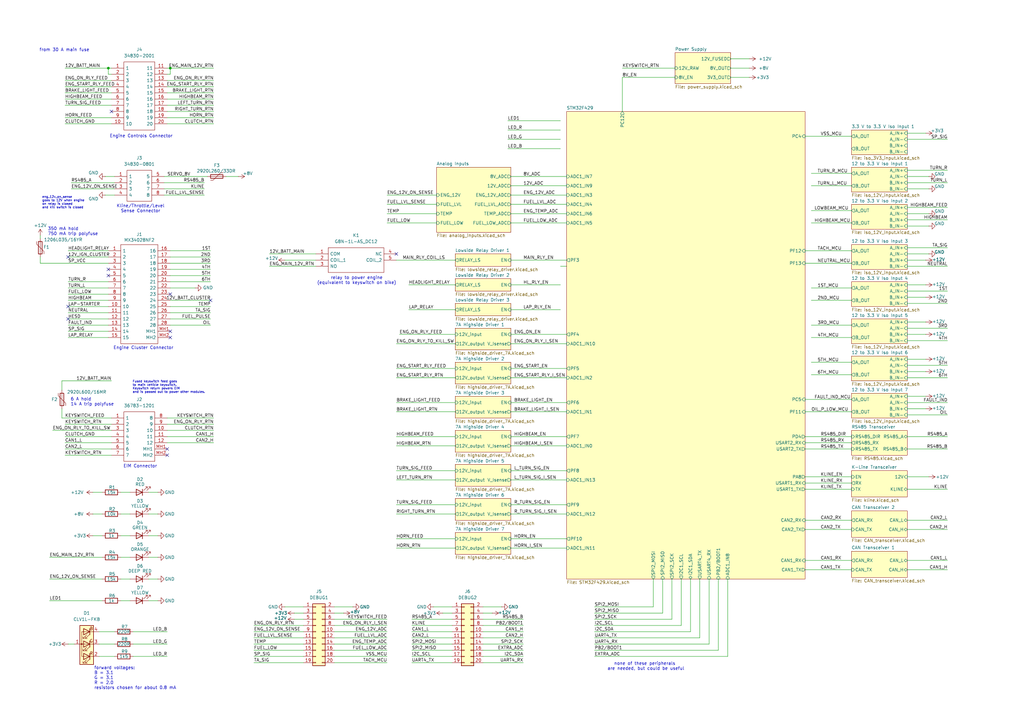
<source format=kicad_sch>
(kicad_sch (version 20231120) (generator "eeschema") (generator_version "8.0")
  (paper "A3")
  (junction (at 44.45 27.94))
  (junction (at 69.85 27.94))
  (no_connect (at 27.94 130.81))
  (no_connect (at 27.94 105.41))
  (no_connect (at 27.94 125.73))
  (no_connect (at 86.36 123.19))
  (no_connect (at 162.56 104.14))
  (no_connect (at 44.45 110.49))
  (no_connect (at 69.85 135.89))
  (no_connect (at 69.85 120.65))
  (no_connect (at 68.58 184.15))
  (no_connect (at 69.85 138.43))
  (no_connect (at 68.58 186.69))
  (no_connect (at 45.72 45.72))
  (no_connect (at 44.45 113.03))
  (wire (pts (xy 116.84 248.92) (xy 124.46 248.92)))
  (wire (pts (xy 332.74 76.2) (xy 349.25 76.2)))
  (wire (pts (xy 209.55 207.01) (xy 232.41 207.01)))
  (wire (pts (xy 38.1 219.71) (xy 41.91 219.71)))
  (wire (pts (xy 372.11 77.47) (xy 381 77.47)))
  (wire (pts (xy 20.32 246.38) (xy 41.91 246.38)))
  (wire (pts (xy 26.67 179.07) (xy 45.72 179.07)))
  (wire (pts (xy 388.62 134.62) (xy 372.11 134.62)))
  (wire (pts (xy 181.61 251.46) (xy 185.42 251.46)))
  (wire (pts (xy 68.58 30.48) (xy 69.85 30.48)))
  (wire (pts (xy 60.96 201.93) (xy 64.77 201.93)))
  (wire (pts (xy 40.64 264.16) (xy 46.99 264.16)))
  (wire (pts (xy 67.31 80.01) (xy 83.82 80.01)))
  (wire (pts (xy 69.85 102.87) (xy 86.36 102.87)))
  (wire (pts (xy 209.55 196.85) (xy 232.41 196.85)))
  (wire (pts (xy 69.85 123.19) (xy 86.36 123.19)))
  (wire (pts (xy 167.64 116.84) (xy 186.69 116.84)))
  (wire (pts (xy 104.14 256.54) (xy 124.46 256.54)))
  (wire (pts (xy 330.2 229.87) (xy 349.25 229.87)))
  (wire (pts (xy 209.55 179.07) (xy 232.41 179.07)))
  (wire (pts (xy 92.71 72.39) (xy 97.79 72.39)))
  (wire (pts (xy 26.67 50.8) (xy 45.72 50.8)))
  (wire (pts (xy 209.55 154.94) (xy 232.41 154.94)))
  (wire (pts (xy 208.28 60.96) (xy 229.87 60.96)))
  (wire (pts (xy 330.2 213.36) (xy 349.25 213.36)))
  (wire (pts (xy 69.85 128.27) (xy 86.36 128.27)))
  (wire (pts (xy 60.96 246.38) (xy 64.77 246.38)))
  (wire (pts (xy 330.2 179.07) (xy 349.25 179.07)))
  (wire (pts (xy 381 195.58) (xy 372.11 195.58)))
  (wire (pts (xy 104.14 271.78) (xy 124.46 271.78)))
  (wire (pts (xy 209.55 91.44) (xy 232.41 91.44)))
  (wire (pts (xy 110.49 109.22) (xy 129.54 109.22)))
  (wire (pts (xy 80.01 118.11) (xy 69.85 118.11)))
  (wire (pts (xy 27.94 130.81) (xy 44.45 130.81)))
  (wire (pts (xy 267.97 237.49) (xy 267.97 248.92)))
  (wire (pts (xy 69.85 107.95) (xy 86.36 107.95)))
  (wire (pts (xy 45.72 30.48) (xy 44.45 30.48)))
  (wire (pts (xy 87.63 176.53) (xy 68.58 176.53)))
  (wire (pts (xy 388.62 165.1) (xy 372.11 165.1)))
  (wire (pts (xy 299.72 27.94) (xy 307.34 27.94)))
  (wire (pts (xy 87.63 35.56) (xy 68.58 35.56)))
  (wire (pts (xy 332.74 91.44) (xy 349.25 91.44)))
  (wire (pts (xy 168.91 271.78) (xy 185.42 271.78)))
  (wire (pts (xy 60.96 219.71) (xy 64.77 219.71)))
  (wire (pts (xy 185.42 256.54) (xy 168.91 256.54)))
  (wire (pts (xy 20.32 228.6) (xy 41.91 228.6)))
  (wire (pts (xy 330.2 200.66) (xy 349.25 200.66)))
  (wire (pts (xy 388.62 139.7) (xy 372.11 139.7)))
  (wire (pts (xy 69.85 30.48) (xy 69.85 27.94)))
  (wire (pts (xy 87.63 50.8) (xy 68.58 50.8)))
  (wire (pts (xy 129.54 106.68) (xy 116.84 106.68)))
  (wire (pts (xy 137.16 261.62) (xy 158.75 261.62)))
  (wire (pts (xy 209.55 87.63) (xy 232.41 87.63)))
  (wire (pts (xy 137.16 259.08) (xy 158.75 259.08)))
  (wire (pts (xy 209.55 127) (xy 229.87 127)))
  (wire (pts (xy 163.83 137.16) (xy 186.69 137.16)))
  (wire (pts (xy 67.31 77.47) (xy 83.82 77.47)))
  (wire (pts (xy 44.45 27.94) (xy 45.72 27.94)))
  (wire (pts (xy 372.11 137.16) (xy 379.73 137.16)))
  (wire (pts (xy 25.4 167.64) (xy 25.4 171.45)))
  (wire (pts (xy 209.55 193.04) (xy 232.41 193.04)))
  (wire (pts (xy 209.55 106.68) (xy 232.41 106.68)))
  (wire (pts (xy 372.11 217.17) (xy 388.62 217.17)))
  (wire (pts (xy 49.53 228.6) (xy 53.34 228.6)))
  (wire (pts (xy 110.49 104.14) (xy 129.54 104.14)))
  (wire (pts (xy 388.62 101.6) (xy 372.11 101.6)))
  (wire (pts (xy 38.1 201.93) (xy 41.91 201.93)))
  (wire (pts (xy 332.74 153.67) (xy 349.25 153.67)))
  (wire (pts (xy 243.84 259.08) (xy 283.21 259.08)))
  (wire (pts (xy 290.83 237.49) (xy 290.83 264.16)))
  (wire (pts (xy 104.14 264.16) (xy 124.46 264.16)))
  (wire (pts (xy 243.84 248.92) (xy 267.97 248.92)))
  (wire (pts (xy 45.72 156.21) (xy 25.4 156.21)))
  (wire (pts (xy 372.11 200.66) (xy 388.62 200.66)))
  (wire (pts (xy 243.84 264.16) (xy 290.83 264.16)))
  (wire (pts (xy 198.12 264.16) (xy 214.63 264.16)))
  (wire (pts (xy 158.75 91.44) (xy 179.07 91.44)))
  (wire (pts (xy 54.61 259.08) (xy 68.58 259.08)))
  (wire (pts (xy 168.91 264.16) (xy 185.42 264.16)))
  (wire (pts (xy 162.56 165.1) (xy 186.69 165.1)))
  (wire (pts (xy 271.78 237.49) (xy 271.78 251.46)))
  (wire (pts (xy 243.84 266.7) (xy 294.64 266.7)))
  (wire (pts (xy 186.69 140.97) (xy 162.56 140.97)))
  (wire (pts (xy 209.55 80.01) (xy 232.41 80.01)))
  (wire (pts (xy 16.51 107.95) (xy 44.45 107.95)))
  (wire (pts (xy 198.12 259.08) (xy 214.63 259.08)))
  (wire (pts (xy 26.67 184.15) (xy 45.72 184.15)))
  (wire (pts (xy 372.11 106.68) (xy 379.73 106.68)))
  (wire (pts (xy 120.65 254) (xy 124.46 254)))
  (wire (pts (xy 209.55 140.97) (xy 232.41 140.97)))
  (wire (pts (xy 276.86 31.75) (xy 255.27 31.75)))
  (wire (pts (xy 388.62 90.17) (xy 372.11 90.17)))
  (wire (pts (xy 49.53 201.93) (xy 53.34 201.93)))
  (wire (pts (xy 137.16 264.16) (xy 158.75 264.16)))
  (wire (pts (xy 243.84 251.46) (xy 271.78 251.46)))
  (wire (pts (xy 287.02 237.49) (xy 287.02 261.62)))
  (wire (pts (xy 38.1 210.82) (xy 41.91 210.82)))
  (wire (pts (xy 46.99 74.93) (xy 29.21 74.93)))
  (wire (pts (xy 372.11 147.32) (xy 379.73 147.32)))
  (wire (pts (xy 44.45 133.35) (xy 27.94 133.35)))
  (wire (pts (xy 330.2 181.61) (xy 349.25 181.61)))
  (wire (pts (xy 26.67 181.61) (xy 45.72 181.61)))
  (wire (pts (xy 185.42 261.62) (xy 168.91 261.62)))
  (wire (pts (xy 372.11 167.64) (xy 379.73 167.64)))
  (wire (pts (xy 69.85 113.03) (xy 86.36 113.03)))
  (wire (pts (xy 198.12 254) (xy 214.63 254)))
  (wire (pts (xy 137.16 271.78) (xy 158.75 271.78)))
  (wire (pts (xy 243.84 256.54) (xy 279.4 256.54)))
  (wire (pts (xy 201.93 251.46) (xy 198.12 251.46)))
  (wire (pts (xy 283.21 237.49) (xy 283.21 259.08)))
  (wire (pts (xy 330.2 217.17) (xy 349.25 217.17)))
  (wire (pts (xy 54.61 264.16) (xy 68.58 264.16)))
  (wire (pts (xy 372.11 132.08) (xy 379.73 132.08)))
  (wire (pts (xy 298.45 237.49) (xy 298.45 269.24)))
  (wire (pts (xy 332.74 133.35) (xy 349.25 133.35)))
  (wire (pts (xy 372.11 233.68) (xy 388.62 233.68)))
  (wire (pts (xy 330.2 107.95) (xy 349.25 107.95)))
  (wire (pts (xy 43.18 80.01) (xy 46.99 80.01)))
  (wire (pts (xy 372.11 54.61) (xy 379.73 54.61)))
  (wire (pts (xy 162.56 106.68) (xy 186.69 106.68)))
  (wire (pts (xy 372.11 104.14) (xy 381 104.14)))
  (wire (pts (xy 330.2 102.87) (xy 349.25 102.87)))
  (wire (pts (xy 372.11 116.84) (xy 379.73 116.84)))
  (wire (pts (xy 198.12 261.62) (xy 214.63 261.62)))
  (wire (pts (xy 388.62 154.94) (xy 372.11 154.94)))
  (wire (pts (xy 332.74 138.43) (xy 349.25 138.43)))
  (wire (pts (xy 27.94 264.16) (xy 30.48 264.16)))
  (wire (pts (xy 87.63 43.18) (xy 68.58 43.18)))
  (wire (pts (xy 20.32 237.49) (xy 41.91 237.49)))
  (wire (pts (xy 44.45 135.89) (xy 27.94 135.89)))
  (wire (pts (xy 209.55 182.88) (xy 232.41 182.88)))
  (wire (pts (xy 26.67 186.69) (xy 45.72 186.69)))
  (wire (pts (xy 177.8 248.92) (xy 185.42 248.92)))
  (wire (pts (xy 209.55 137.16) (xy 232.41 137.16)))
  (wire (pts (xy 255.27 31.75) (xy 255.27 45.72)))
  (wire (pts (xy 124.46 269.24) (xy 104.14 269.24)))
  (wire (pts (xy 144.78 248.92) (xy 137.16 248.92)))
  (wire (pts (xy 87.63 48.26) (xy 68.58 48.26)))
  (wire (pts (xy 330.2 163.83) (xy 349.25 163.83)))
  (wire (pts (xy 158.75 254) (xy 137.16 254)))
  (wire (pts (xy 332.74 123.19) (xy 349.25 123.19)))
  (wire (pts (xy 208.28 53.34) (xy 229.87 53.34)))
  (wire (pts (xy 372.11 152.4) (xy 379.73 152.4)))
  (wire (pts (xy 27.94 138.43) (xy 44.45 138.43)))
  (wire (pts (xy 372.11 229.87) (xy 388.62 229.87)))
  (wire (pts (xy 330.2 184.15) (xy 349.25 184.15)))
  (wire (pts (xy 25.4 171.45) (xy 45.72 171.45)))
  (wire (pts (xy 299.72 24.13) (xy 307.34 24.13)))
  (wire (pts (xy 388.62 69.85) (xy 372.11 69.85)))
  (wire (pts (xy 388.62 119.38) (xy 372.11 119.38)))
  (wire (pts (xy 279.4 237.49) (xy 279.4 256.54)))
  (wire (pts (xy 26.67 27.94) (xy 44.45 27.94)))
  (wire (pts (xy 69.85 130.81) (xy 86.36 130.81)))
  (wire (pts (xy 332.74 118.11) (xy 349.25 118.11)))
  (wire (pts (xy 49.53 237.49) (xy 53.34 237.49)))
  (wire (pts (xy 209.55 76.2) (xy 232.41 76.2)))
  (wire (pts (xy 162.56 193.04) (xy 186.69 193.04)))
  (wire (pts (xy 27.94 128.27) (xy 44.45 128.27)))
  (wire (pts (xy 140.97 251.46) (xy 137.16 251.46)))
  (wire (pts (xy 60.96 210.82) (xy 64.77 210.82)))
  (wire (pts (xy 60.96 237.49) (xy 64.77 237.49)))
  (wire (pts (xy 388.62 170.18) (xy 372.11 170.18)))
  (wire (pts (xy 388.62 109.22) (xy 372.11 109.22)))
  (wire (pts (xy 69.85 115.57) (xy 86.36 115.57)))
  (wire (pts (xy 158.75 269.24) (xy 137.16 269.24)))
  (wire (pts (xy 372.11 72.39) (xy 381 72.39)))
  (wire (pts (xy 162.56 224.79) (xy 186.69 224.79)))
  (wire (pts (xy 162.56 168.91) (xy 186.69 168.91)))
  (wire (pts (xy 87.63 173.99) (xy 68.58 173.99)))
  (wire (pts (xy 27.94 102.87) (xy 44.45 102.87)))
  (wire (pts (xy 162.56 179.07) (xy 186.69 179.07)))
  (wire (pts (xy 27.94 120.65) (xy 44.45 120.65)))
  (wire (pts (xy 104.14 259.08) (xy 124.46 259.08)))
  (wire (pts (xy 294.64 237.49) (xy 294.64 266.7)))
  (wire (pts (xy 168.91 269.24) (xy 185.42 269.24)))
  (wire (pts (xy 60.96 228.6) (xy 64.77 228.6)))
  (wire (pts (xy 372.11 184.15) (xy 388.62 184.15)))
  (wire (pts (xy 209.55 72.39) (xy 232.41 72.39)))
  (wire (pts (xy 40.64 269.24) (xy 46.99 269.24)))
  (wire (pts (xy 388.62 85.09) (xy 372.11 85.09)))
  (wire (pts (xy 209.55 116.84) (xy 229.87 116.84)))
  (wire (pts (xy 67.31 72.39) (xy 85.09 72.39)))
  (wire (pts (xy 198.12 256.54) (xy 214.63 256.54)))
  (wire (pts (xy 372.11 87.63) (xy 381 87.63)))
  (wire (pts (xy 26.67 33.02) (xy 45.72 33.02)))
  (wire (pts (xy 54.61 269.24) (xy 68.58 269.24)))
  (wire (pts (xy 332.74 148.59) (xy 349.25 148.59)))
  (wire (pts (xy 332.74 71.12) (xy 349.25 71.12)))
  (wire (pts (xy 162.56 210.82) (xy 186.69 210.82)))
  (wire (pts (xy 44.45 30.48) (xy 44.45 27.94)))
  (wire (pts (xy 198.12 271.78) (xy 214.63 271.78)))
  (wire (pts (xy 69.85 105.41) (xy 86.36 105.41)))
  (wire (pts (xy 87.63 33.02) (xy 68.58 33.02)))
  (wire (pts (xy 330.2 198.12) (xy 349.25 198.12)))
  (wire (pts (xy 104.14 261.62) (xy 124.46 261.62)))
  (wire (pts (xy 162.56 151.13) (xy 186.69 151.13)))
  (wire (pts (xy 208.28 49.53) (xy 229.87 49.53)))
  (wire (pts (xy 198.12 266.7) (xy 214.63 266.7)))
  (wire (pts (xy 43.18 72.39) (xy 46.99 72.39)))
  (wire (pts (xy 372.11 179.07) (xy 388.62 179.07)))
  (wire (pts (xy 46.99 77.47) (xy 29.21 77.47)))
  (wire (pts (xy 330.2 55.88) (xy 349.25 55.88)))
  (wire (pts (xy 16.51 105.41) (xy 16.51 107.95)))
  (wire (pts (xy 229.87 109.22) (xy 232.41 109.22)))
  (wire (pts (xy 372.11 92.71) (xy 381 92.71)))
  (wire (pts (xy 243.84 269.24) (xy 298.45 269.24)))
  (wire (pts (xy 104.14 266.7) (xy 124.46 266.7)))
  (wire (pts (xy 49.53 246.38) (xy 53.34 246.38)))
  (wire (pts (xy 255.27 27.94) (xy 276.86 27.94)))
  (wire (pts (xy 372.11 213.36) (xy 388.62 213.36)))
  (wire (pts (xy 49.53 219.71) (xy 53.34 219.71)))
  (wire (pts (xy 388.62 149.86) (xy 372.11 149.86)))
  (wire (pts (xy 372.11 57.15) (xy 388.62 57.15)))
  (wire (pts (xy 208.28 57.15) (xy 229.87 57.15)))
  (wire (pts (xy 87.63 171.45) (xy 68.58 171.45)))
  (wire (pts (xy 67.31 74.93) (xy 83.82 74.93)))
  (wire (pts (xy 162.56 182.88) (xy 186.69 182.88)))
  (wire (pts (xy 40.64 259.08) (xy 46.99 259.08)))
  (wire (pts (xy 45.72 176.53) (xy 21.59 176.53)))
  (wire (pts (xy 162.56 196.85) (xy 186.69 196.85)))
  (wire (pts (xy 69.85 110.49) (xy 86.36 110.49)))
  (wire (pts (xy 68.58 179.07) (xy 87.63 179.07)))
  (wire (pts (xy 205.74 248.92) (xy 198.12 248.92)))
  (wire (pts (xy 87.63 45.72) (xy 68.58 45.72)))
  (wire (pts (xy 209.55 165.1) (xy 232.41 165.1)))
  (wire (pts (xy 27.94 118.11) (xy 44.45 118.11)))
  (wire (pts (xy 209.55 224.79) (xy 232.41 224.79)))
  (wire (pts (xy 330.2 195.58) (xy 349.25 195.58)))
  (wire (pts (xy 299.72 31.75) (xy 307.34 31.75)))
  (wire (pts (xy 209.55 83.82) (xy 232.41 83.82)))
  (wire (pts (xy 27.94 125.73) (xy 44.45 125.73)))
  (wire (pts (xy 209.55 220.98) (xy 232.41 220.98)))
  (wire (pts (xy 372.11 121.92) (xy 379.73 121.92)))
  (wire (pts (xy 16.51 96.52) (xy 16.51 97.79)))
  (wire (pts (xy 49.53 210.82) (xy 53.34 210.82)))
  (wire (pts (xy 25.4 156.21) (xy 25.4 160.02)))
  (wire (pts (xy 27.94 123.19) (xy 44.45 123.19)))
  (wire (pts (xy 185.42 254) (xy 168.91 254)))
  (wire (pts (xy 87.63 27.94) (xy 69.85 27.94)))
  (wire (pts (xy 69.85 133.35) (xy 86.36 133.35)))
  (wire (pts (xy 137.16 266.7) (xy 158.75 266.7)))
  (wire (pts (xy 69.85 27.94) (xy 68.58 27.94)))
  (wire (pts (xy 388.62 124.46) (xy 372.11 124.46)))
  (wire (pts (xy 275.59 237.49) (xy 275.59 254)))
  (wire (pts (xy 168.91 266.7) (xy 185.42 266.7)))
  (wire (pts (xy 158.75 87.63) (xy 179.07 87.63)))
  (wire (pts (xy 26.67 40.64) (xy 45.72 40.64)))
  (wire (pts (xy 27.94 115.57) (xy 44.45 115.57)))
  (wire (pts (xy 209.55 151.13) (xy 232.41 151.13)))
  (wire (pts (xy 243.84 261.62) (xy 287.02 261.62)))
  (wire (pts (xy 167.64 127) (xy 186.69 127)))
  (wire (pts (xy 120.65 251.46) (xy 124.46 251.46)))
  (wire (pts (xy 26.67 35.56) (xy 45.72 35.56)))
  (wire (pts (xy 27.94 105.41) (xy 44.45 105.41)))
  (wire (pts (xy 209.55 168.91) (xy 232.41 168.91)))
  (wire (pts (xy 68.58 181.61) (xy 87.63 181.61)))
  (wire (pts (xy 26.67 173.99) (xy 45.72 173.99)))
  (wire (pts (xy 330.2 168.91) (xy 349.25 168.91)))
  (wire (pts (xy 26.67 48.26) (xy 45.72 48.26)))
  (wire (pts (xy 185.42 259.08) (xy 168.91 259.08)))
  (wire (pts (xy 372.11 162.56) (xy 379.73 162.56)))
  (wire (pts (xy 26.67 38.1) (xy 45.72 38.1)))
  (wire (pts (xy 158.75 83.82) (xy 179.07 83.82)))
  (wire (pts (xy 209.55 210.82) (xy 232.41 210.82)))
  (wire (pts (xy 69.85 125.73) (xy 86.36 125.73)))
  (wire (pts (xy 68.58 38.1) (xy 87.63 38.1)))
  (wire (pts (xy 162.56 220.98) (xy 186.69 220.98)))
  (wire (pts (xy 332.74 86.36) (xy 349.25 86.36)))
  (wire (pts (xy 198.12 269.24) (xy 214.63 269.24)))
  (wire (pts (xy 87.63 40.64) (xy 68.58 40.64)))
  (wire (pts (xy 330.2 233.68) (xy 349.25 233.68)))
  (wire (pts (xy 243.84 254) (xy 275.59 254)))
  (wire (pts (xy 388.62 74.93) (xy 372.11 74.93)))
  (wire (pts (xy 26.67 43.18) (xy 45.72 43.18)))
  (wire (pts (xy 162.56 154.94) (xy 186.69 154.94)))
  (wire (pts (xy 158.75 80.01) (xy 179.07 80.01)))
  (wire (pts (xy 158.75 256.54) (xy 137.16 256.54)))
  (wire (pts (xy 162.56 207.01) (xy 186.69 207.01)))
  (text "Fused keyswitch feed goes\nto main vehicle keyswitch.\nKeyswitch return powers EIM\nand is passed out to power other modules." (at 54.356 158.75 0) (effects (font (size 0.889 0.889)) (justify left)))
  (text "Kline/Throttle/Level\nSense Connector" (at 57.658 87.376 0) (effects (font (size 1.27 1.27)) (justify bottom)))
  (text "eng_12v_on_sense\ngoes to 12V when engine\non relay is closed\nand kill switch is closed" (at 17.272 83.058 0) (effects (font (size 0.889 0.889)) (justify left)))
  (text "from 30 A main fuse" (at 26.416 20.574 0) (effects (font (size 1.27 1.27))))
  (text "none of these peripherals \nare needed, but could be useful" (at 264.922 273.304 0) (effects (font (size 1.27 1.27))))
  (text "relay to power engine\n(equivalent to keyswitch on bike)" (at 146.304 115.062 0) (effects (font (size 1.27 1.27))))
  (text "6 A hold\n14 A trip polyfuse" (at 28.956 164.846 0) (effects (font (size 1.27 1.27)) (justify left)))
  (text "forward voltages:\nB = 3.1\nG = 3.1\nR = 2.0\nresistors chosen for about 0.8 mA" (at 38.608 278.13 0) (effects (font (size 1.27 1.27)) (justify left)))
  (text "Engine Cluster Connector" (at 46.482 143.51 0) (effects (font (size 1.27 1.27)) (justify left bottom)))
  (text "Engine Controls Connector" (at 44.958 56.642 0) (effects (font (size 1.27 1.27)) (justify left bottom)))
  (text "EIM Connector\n" (at 50.546 192.024 0) (effects (font (size 1.27 1.27)) (justify left bottom)))
  (text "350 mA hold\n750 mA trip polyfuse" (at 19.558 94.996 0) (effects (font (size 1.27 1.27)) (justify left)))
  (label "HIGHBEAM_FEED" (at 388.62 85.09 180))
  (label "KEYSWITCH_FEED" (at 26.67 171.45 0))
  (label "LEFT_TURN_RTN" (at 162.56 196.85 0))
  (label "HIGHBEAM_RTN" (at 162.56 182.88 0))
  (label "R_TURN_SIG_EN" (at 210.82 207.01 0))
  (label "EXTRA_ADC" (at 243.84 269.24 0))
  (label "2ND" (at 388.62 124.46 180))
  (label "CAN1_H" (at 214.63 259.08 180))
  (label "HIGHBEAM_MCU" (at 334.01 91.44 0))
  (label "KLINE" (at 168.91 256.54 0))
  (label "NEUTRAL" (at 388.62 109.22 180))
  (label "CAN2_H" (at 388.62 217.17 180))
  (label "UART4_RX" (at 243.84 264.16 0))
  (label "RS485_B" (at 83.82 74.93 180))
  (label "5TH" (at 388.62 149.86 180))
  (label "BRAKE_LIGHT_I_SEN" (at 210.82 168.91 0))
  (label "CAN1_H" (at 388.62 233.68 180))
  (label "FUEL_LOW" (at 27.94 120.65 0))
  (label "HORN_RTN" (at 162.56 224.79 0))
  (label "KEYSWITCH_RTN" (at 26.67 186.69 0))
  (label "NEUTRAL_MCU" (at 335.28 107.95 0))
  (label "HORN_RTN" (at 87.63 48.26 180))
  (label "TURN_R" (at 27.94 115.57 0))
  (label "ENG_12V_ON_SENSE" (at 29.21 77.47 0))
  (label "CAN1_L" (at 168.91 259.08 0))
  (label "12V_ADC" (at 214.63 76.2 0))
  (label "PB2{slash}BOOT1" (at 243.84 266.7 0))
  (label "ENG_ON_RLY_I_SEN" (at 210.82 140.97 0))
  (label "ENG_12V_ON_SENSE" (at 104.14 259.08 0))
  (label "I2C_SCL" (at 168.91 269.24 0))
  (label "TA_SIG" (at 104.14 271.78 0))
  (label "SP_VCC" (at 27.94 107.95 0))
  (label "TACH_MCU" (at 158.75 271.78 180))
  (label "PB2{slash}BOOT1" (at 214.63 256.54 180))
  (label "I2C_SDA" (at 214.63 269.24 180))
  (label "3RD" (at 388.62 134.62 180))
  (label "ENG_START_RLY_RTN" (at 87.63 35.56 180))
  (label "RS485_DIR" (at 336.55 179.07 0))
  (label "FUEL_LVL_SENSE" (at 83.82 80.01 180))
  (label "CAN2_L" (at 388.62 213.36 180))
  (label "2ND" (at 86.36 105.41 180))
  (label "8V_ADC" (at 214.63 72.39 0))
  (label "RS485_TX" (at 336.55 184.15 0))
  (label "ENG_ON_RLY_FEED" (at 163.83 137.16 0))
  (label "LED1" (at 20.32 246.38 0))
  (label "HIGHBEAM" (at 27.94 123.19 0))
  (label "ENG_START_RLY_FEED" (at 162.56 151.13 0))
  (label "CAN2_L" (at 168.91 261.62 0))
  (label "5TH_MCU" (at 335.28 148.59 0))
  (label "TURN_SIG_FEED" (at 162.56 207.01 0))
  (label "CAN1_RX" (at 336.55 229.87 0))
  (label "TURN_R" (at 388.62 69.85 180))
  (label "HORN_FEED" (at 162.56 220.98 0))
  (label "CAN2_RX" (at 336.55 213.36 0))
  (label "SPI2_MISO" (at 243.84 251.46 0))
  (label "LED_B" (at 68.58 259.08 180))
  (label "LEFT_TURN_RTN" (at 87.63 43.18 180))
  (label "HIGHBEAM_I_SEN" (at 210.82 182.88 0))
  (label "ENG_12V_ADC" (at 158.75 259.08 180))
  (label "TEMP" (at 104.14 264.16 0))
  (label "VSS_MCU" (at 336.55 55.88 0))
  (label "TA_SIG" (at 86.36 128.27 180))
  (label "KEYSWITCH_RTN" (at 87.63 171.45 180))
  (label "HIGHBEAM_RTN" (at 87.63 40.64 180))
  (label "ENG_12V_ON_SENSE" (at 158.75 80.01 0))
  (label "ENG_START_RLY_FEED" (at 26.67 35.56 0))
  (label "VSS_MCU" (at 158.75 269.24 180))
  (label "HORN_I_SEN" (at 210.82 224.79 0))
  (label "SERVO_8V" (at 68.58 72.39 0))
  (label "ENG_ON_RLY_RTN" (at 87.63 33.02 180))
  (label "HIGHBEAM_EN" (at 210.82 179.07 0))
  (label "I2C_SCL" (at 243.84 256.54 0))
  (label "6TH" (at 388.62 154.94 180))
  (label "ENG_ON_RLY_TO_KILL_SW" (at 162.56 140.97 0))
  (label "HIGHBEAM_FEED" (at 26.67 40.64 0))
  (label "5TH" (at 86.36 113.03 180))
  (label "ENG_ON_RLY_RTN" (at 87.63 173.99 180))
  (label "12V_BATT_MAIN" (at 45.72 156.21 180))
  (label "TA_SIG" (at 388.62 101.6 180))
  (label "6TH" (at 86.36 115.57 180))
  (label "KLINE" (at 83.82 77.47 180))
  (label "LAP-STARTER" (at 27.94 125.73 0))
  (label "TURN_SIG_FEED" (at 162.56 193.04 0))
  (label "LAP_RLY_EN" (at 214.63 127 0))
  (label "OIL_P_LOW_MCU" (at 332.74 168.91 0))
  (label "2ND_MCU" (at 335.28 123.19 0))
  (label "3RD" (at 86.36 107.95 180))
  (label "LED_R" (at 68.58 269.24 180))
  (label "SPI2_SCK" (at 214.63 264.16 180))
  (label "ENG_TEMP_ADC" (at 158.75 264.16 180))
  (label "UART4_RX" (at 214.63 271.78 180))
  (label "FUEL_LOW_ADC" (at 214.63 91.44 0))
  (label "CLUTCH_RTN" (at 87.63 176.53 180))
  (label "CAN2_H" (at 214.63 261.62 180))
  (label "6TH_MCU" (at 335.28 153.67 0))
  (label "FAULT_IND" (at 27.94 133.35 0))
  (label "I2C_SDA" (at 243.84 259.08 0))
  (label "CAN2_TX" (at 336.55 217.17 0))
  (label "UART4_TX" (at 243.84 261.62 0))
  (label "KEYSWITCH_FEED" (at 158.75 254 180))
  (label "FUEL_LVL_SENSE" (at 158.75 83.82 0))
  (label "CAN2_L" (at 26.67 184.15 0))
  (label "KLINE_RX" (at 336.55 198.12 0))
  (label "ENG_ON_RLY_TO_KILL_SW" (at 21.59 176.53 0))
  (label "TACH_MCU" (at 335.28 102.87 0))
  (label "TURN_L_MCU" (at 335.28 76.2 0))
  (label "SPI2_MOSI" (at 243.84 248.92 0))
  (label "SPI2_SCK" (at 243.84 254 0))
  (label "1ST" (at 86.36 102.87 180))
  (label "FUEL_PULSE" (at 86.36 130.81 180))
  (label "CAN1_TX" (at 336.55 233.68 0))
  (label "TURN_L" (at 27.94 118.11 0))
  (label "KLINE_TX" (at 336.55 200.66 0))
  (label "3RD_MCU" (at 335.28 133.35 0))
  (label "RS485_A" (at 168.91 254 0))
  (label "FAULT_IND" (at 388.62 165.1 180))
  (label "SP_SIG" (at 104.14 269.24 0))
  (label "FUEL_LVL_SENSE" (at 104.14 261.62 0))
  (label "KLINE_EN" (at 336.55 195.58 0))
  (label "LAP_RELAY" (at 167.64 127 0))
  (label "12V_IGN_CLUSTER" (at 27.94 105.41 0))
  (label "12V_BATT_MAIN" (at 110.49 104.14 0))
  (label "ENG_ON_RLY_FEED" (at 26.67 33.02 0))
  (label "ENG_ON_RLY_I_SEN" (at 158.75 256.54 180))
  (label "TURN_SIG_FEED" (at 26.67 43.18 0))
  (label "CLUTCH_RTN" (at 87.63 50.8 180))
  (label "LOWBEAM_MCU" (at 334.01 86.36 0))
  (label "ENG_MAIN_12V_RTN" (at 87.63 27.94 180))
  (label "TURN_R_MCU" (at 335.28 71.12 0))
  (label "FUEL_LVL_ADC" (at 158.75 261.62 180))
  (label "TEMP" (at 86.36 125.73 180))
  (label "RS485_A" (at 388.62 179.07 180))
  (label "ENG_START_EN" (at 210.82 151.13 0))
  (label "RS485_B" (at 214.63 254 180))
  (label "1ST_MCU" (at 335.28 118.11 0))
  (label "CAN1_L" (at 26.67 181.61 0))
  (label "ENG_TEMP_ADC" (at 214.63 87.63 0))
  (label "ENG_12V_ON_SENSE" (at 20.32 237.49 0))
  (label "CAN2_H" (at 87.63 181.61 180))
  (label "4TH" (at 388.62 139.7 180))
  (label "BRAKE_LIGHT_RTN" (at 87.63 38.1 180))
  (label "12V_BATT_CLUSTER" (at 86.36 123.19 180))
  (label "RS485_B" (at 388.62 184.15 180))
  (label "OIL" (at 86.36 133.35 180))
  (label "8V_EN" (at 255.27 31.75 0))
  (label "ENG_MAIN_12V_RTN" (at 20.32 228.6 0))
  (label "HEADLIGHT_RELAY" (at 167.64 116.84 0))
  (label "SP_SIG" (at 388.62 57.15 180))
  (label "RS485_RX" (at 336.55 181.61 0))
  (label "ENG_12V_ADC" (at 214.63 80.01 0))
  (label "1ST" (at 388.62 119.38 180))
  (label "BRAKE_LIGHT_RTN" (at 162.56 168.91 0))
  (label "UART4_TX" (at 168.91 271.78 0))
  (label "L_TURN_SIG_I_SEN" (at 210.82 196.85 0))
  (label "LED_G" (at 208.28 57.15 0))
  (label "MAIN_RLY_COIL_LS" (at 165.1 106.68 0))
  (label "SPI2_MISO" (at 168.91 266.7 0))
  (label "FUEL_LOW" (at 158.75 91.44 0))
  (label "4TH" (at 86.36 110.49 180))
  (label "HL_RLY_EN" (at 214.63 116.84 0))
  (label "RS485_A" (at 29.21 74.93 0))
  (label "SP_SIG" (at 27.94 135.89 0))
  (label "EXTRA_ADC" (at 214.63 266.7 180))
  (label "KLINE" (at 388.62 200.66 180))
  (label "TURN_L" (at 388.62 74.93 180))
  (label "CLUTCH_GND" (at 26.67 179.07 0))
  (label "LED_B" (at 208.28 60.96 0))
  (label "ENG_START_RLY_I_SEN" (at 210.82 154.94 0))
  (label "L_TURN_SIG_EN" (at 210.82 193.04 0))
  (label "FUEL_LOW" (at 104.14 266.7 0))
  (label "ENG_ON_RLY_RTN" (at 104.14 256.54 0))
  (label "HIGHBEAM_FEED" (at 162.56 179.07 0))
  (label "BRAKE_LIGHT_FEED" (at 26.67 38.1 0))
  (label "12V_BATT_MAIN" (at 26.67 27.94 0))
  (label "FUEL_LVL_ADC" (at 214.63 83.82 0))
  (label "OIL" (at 388.62 170.18 180))
  (label "CLUTCH_GND" (at 26.67 50.8 0))
  (label "KEYSWITCH_RTN" (at 255.27 27.94 0))
  (label "RIGHT_TURN_RTN" (at 87.63 45.72 180))
  (label "MAIN_RLY_EN" (at 214.63 106.68 0))
  (label "ENG_START_RLY_RTN" (at 162.56 154.94 0))
  (label "FUEL_LOW_ADC" (at 158.75 266.7 180))
  (label "HEADLIGHT_RELAY" (at 27.94 102.87 0))
  (label "BRAKE_LIGHT_EN" (at 210.82 165.1 0))
  (label "HIGHBEAM" (at 388.62 90.17 180))
  (label "TEMP" (at 158.75 87.63 0))
  (label "RIGHT_TURN_RTN" (at 162.56 210.82 0))
  (label "LAP_RELAY" (at 27.94 138.43 0))
  (label "HESD" (at 27.94 130.81 0))
  (label "CAN1_L" (at 388.62 229.87 180))
  (label "HORN_FEED" (at 26.67 48.26 0))
  (label "4TH_MCU" (at 335.28 138.43 0))
  (label "BRAKE_LIGHT_FEED" (at 162.56 165.1 0))
  (label "HORN_EN" (at 210.82 220.98 0))
  (label "NEUTRAL" (at 27.94 128.27 0))
  (label "LED_G" (at 68.58 264.16 180))
  (label "R_TURN_SIG_I_SEN" (at 210.82 210.82 0))
  (label "SPI2_MOSI" (at 168.91 264.16 0))
  (label "CAN1_H" (at 87.63 179.07 180))
  (label "KEYSWITCH_RTN" (at 26.67 173.99 0))
  (label "LED_R" (at 208.28 53.34 0))
  (label "ENG_ON_EN" (at 210.82 137.16 0))
  (label "FAULT_IND_MCU" (at 334.01 163.83 0))
  (label "LED1" (at 208.28 49.53 0))
  (label "ENG_MAIN_12V_RTN" (at 110.49 109.22 0))
  (symbol (lib_id "power:+8V") (at 38.1 210.82 90) (unit 1)
    (property "Reference" "#PWR04" (effects (hide yes)))
    (property "Value" "+8V" (at 34.29 210.8199 90) (effects (justify left)))
    (property "Description" "Power symbol creates a global label with name \"+8V\"" (effects (hide yes)))
  )
  (symbol (lib_id "power:+3V3") (at 307.34 31.75 270) (unit 1)
    (property "Reference" "#PWR028" (effects (hide yes)))
    (property "Value" "+3V3" (at 310.134 31.75 90) (effects (justify left)))
    (property "Description" "Power symbol creates a global label with name \"+3V3\"" (effects (hide yes)))
  )
  (symbol (lib_id "power:GND") (at 64.77 228.6 90) (unit 1)
    (property "Reference" "#PWR011" (effects (hide yes)))
    (property "Value" "GND" (at 69.596 228.6 90))
    (property "Description" "Power symbol creates a global label with name \"GND\" , ground" (effects (hide yes)))
  )
  (symbol (lib_id "Device:R") (at 45.72 210.82 90) (unit 1)
    (property "Reference" "R2" (at 45.974 208.788 90))
    (property "Value" "10k" (at 45.72 210.82 90))
    (property "Footprint" "Resistor_SMD:R_0805_2012Metric_Pad1.20x1.40mm_HandSolder" (effects (hide yes)))
    (property "Description" "Resistor" (effects (hide yes)))
  )
  (symbol (lib_id "power:GND") (at 205.74 248.92 90) (unit 1)
    (property "Reference" "#PWR025" (effects (hide yes)))
    (property "Value" "GND" (at 210.566 248.92 90))
    (property "Description" "Power symbol creates a global label with name \"GND\" , ground" (effects (hide yes)))
  )
  (symbol (lib_id "Device:R") (at 50.8 269.24 90) (unit 1)
    (property "Reference" "R9" (at 51.054 267.208 90))
    (property "Value" "1k5" (at 50.8 269.24 90))
    (property "Footprint" "Resistor_SMD:R_0805_2012Metric_Pad1.20x1.40mm_HandSolder" (effects (hide yes)))
    (property "Description" "Resistor" (effects (hide yes)))
  )
  (symbol (lib_id "power:GND") (at 64.77 201.93 90) (unit 1)
    (property "Reference" "#PWR08" (effects (hide yes)))
    (property "Value" "GND" (at 69.596 201.93 90))
    (property "Description" "Power symbol creates a global label with name \"GND\" , ground" (effects (hide yes)))
  )
  (symbol (lib_id "Device:R") (at 45.72 237.49 90) (unit 1)
    (property "Reference" "R5" (at 45.974 235.458 90))
    (property "Value" "15k" (at 45.72 237.49 90))
    (property "Footprint" "Resistor_SMD:R_0805_2012Metric_Pad1.20x1.40mm_HandSolder" (effects (hide yes)))
    (property "Description" "Resistor" (effects (hide yes)))
  )
  (symbol (lib_id "power:GND") (at 381 77.47 90) (unit 1)
    (property "Reference" "#PWR040" (effects (hide yes)))
    (property "Value" "GND" (at 385.318 76.454 90))
    (property "Description" "Power symbol creates a global label with name \"GND\" , ground" (effects (hide yes)))
  )
  (symbol (lib_id "power:+3V3") (at 120.65 251.46 90) (unit 1)
    (property "Reference" "#PWR018" (effects (hide yes)))
    (property "Value" "+3V3" (at 117.856 251.46 90) (effects (justify left)))
    (property "Description" "Power symbol creates a global label with name \"+3V3\"" (effects (hide yes)))
  )
  (symbol (lib_id "power:+12V") (at 116.84 106.68 90) (unit 1)
    (property "Reference" "#PWR016" (effects (hide yes)))
    (property "Value" "+12V" (at 114.046 105.918 90) (effects (justify left)))
    (property "Description" "Power symbol creates a global label with name \"+12V\"" (effects (hide yes)))
  )
  (symbol (lib_id "SamacSys_Parts:34830-0801") (at 67.31 72.39 0) (mirror y) (unit 1)
    (property "Reference" "J3" (at 57.15 64.77 0))
    (property "Value" "34830-0801" (at 57.15 67.31 0))
    (property "Footprint" "SamacSys_Parts:348300801" (effects (hide yes)))
    (property "Description" "Automotive Connectors MX150 RA HDR 2X4 ST BLK KEY A" (effects (hide yes)))
    (property "Description_1" "Automotive Connectors MX150 RA HDR 2X4 ST BLK KEY A" (effects (hide yes)))
    (property "Height" "25.88" (effects (hide yes)))
    (property "Mouser Part Number" "538-34830-0801" (effects (hide yes)))
    (property "Mouser Price/Stock" "https://www.mouser.co.uk/ProductDetail/Molex/34830-0801?qs=PdnAIJ6Mlf2HM0lerKt%252BjA%3D%3D" (effects (hide yes)))
    (property "Manufacturer_Name" "Molex" (effects (hide yes)))
    (property "Manufacturer_Part_Number" "34830-0801" (effects (hide yes)))
  )
  (symbol (lib_id "power:GND") (at 116.84 248.92 270) (unit 1)
    (property "Reference" "#PWR017" (effects (hide yes)))
    (property "Value" "GND" (at 112.014 248.92 90))
    (property "Description" "Power symbol creates a global label with name \"GND\" , ground" (effects (hide yes)))
  )
  (symbol (lib_id "power:+12V") (at 379.73 137.16 270) (unit 1)
    (property "Reference" "#PWR034" (effects (hide yes)))
    (property "Value" "+12V" (at 382.27 136.906 90) (effects (justify left)))
    (property "Description" "Power symbol creates a global label with name \"+12V\"" (effects (hide yes)))
  )
  (symbol (lib_id "power:+12V") (at 38.1 201.93 90) (unit 1)
    (property "Reference" "#PWR03" (effects (hide yes)))
    (property "Value" "+12V" (at 34.29 201.9299 90) (effects (justify left)))
    (property "Description" "Power symbol creates a global label with name \"+12V\"" (effects (hide yes)))
  )
  (symbol (lib_id "power:GND") (at 43.18 80.01 270) (mirror x) (unit 1)
    (property "Reference" "#PWR07" (effects (hide yes)))
    (property "Value" "GND" (at 40.386 81.534 90) (effects (justify right)))
    (property "Description" "Power symbol creates a global label with name \"GND\" , ground" (effects (hide yes)))
  )
  (symbol (lib_id "Device:Polyfuse") (at 16.51 101.6 0) (unit 1)
    (property "Reference" "F1" (at 19.05 101.346 0))
    (property "Value" "1206L035/16YR" (at 25.908 98.298 0))
    (property "Footprint" "Fuse:Fuse_1206_3216Metric" (effects (hide yes)))
    (property "Description" "Resettable fuse, polymeric positive temperature coefficient" (effects (hide yes)))
  )
  (symbol (lib_id "EIM_devboard-rescue:GND-power") (at 80.01 118.11 90) (unit 1)
    (property "Reference" "#PWR014" (effects (hide yes)))
    (property "Value" "GND" (at 83.2612 117.983 90) (effects (justify right)))
  )
  (symbol (lib_id "power:+12V") (at 16.51 96.52 0) (unit 1)
    (property "Reference" "#PWR01" (effects (hide yes)))
    (property "Value" "+12V" (at 16.51 92.456 0))
    (property "Description" "Power symbol creates a global label with name \"+12V\"" (effects (hide yes)))
  )
  (symbol (lib_id "Connector_Generic:Conn_02x10_Odd_Even") (at 190.5 259.08 0) (unit 1)
    (property "Reference" "J6" (at 191.77 242.57 0))
    (property "Value" "DEBUG2" (at 191.77 245.11 0))
    (property "Footprint" "Connector_PinHeader_2.54mm:PinHeader_2x10_P2.54mm_Vertical" (effects (hide yes)))
    (property "Description" "Generic connector, double row, 02x10, odd/even pin numbering scheme (row 1 odd numbers, row 2 even numbers), script generated (kicad-library-utils/schlib/autogen/connector/)" (effects (hide yes)))
  )
  (symbol (lib_id "Device:R") (at 45.72 201.93 90) (unit 1)
    (property "Reference" "R1" (at 45.974 199.898 90))
    (property "Value" "15k" (at 45.72 201.93 90))
    (property "Footprint" "Resistor_SMD:R_0805_2012Metric_Pad1.20x1.40mm_HandSolder" (effects (hide yes)))
    (property "Description" "Resistor" (effects (hide yes)))
  )
  (symbol (lib_id "power:GND") (at 177.8 248.92 270) (unit 1)
    (property "Reference" "#PWR022" (effects (hide yes)))
    (property "Value" "GND" (at 172.974 248.92 90))
    (property "Description" "Power symbol creates a global label with name \"GND\" , ground" (effects (hide yes)))
  )
  (symbol (lib_id "power:+3V3") (at 379.73 54.61 270) (unit 1)
    (property "Reference" "#PWR029" (effects (hide yes)))
    (property "Value" "+3V3" (at 381.762 53.594 90) (effects (justify left)))
    (property "Description" "Power symbol creates a global label with name \"+3V3\"" (effects (hide yes)))
  )
  (symbol (lib_id "power:+12V") (at 379.73 162.56 270) (unit 1)
    (property "Reference" "#PWR037" (effects (hide yes)))
    (property "Value" "+12V" (at 382.27 162.306 90) (effects (justify left)))
    (property "Description" "Power symbol creates a global label with name \"+12V\"" (effects (hide yes)))
  )
  (symbol (lib_id "power:GND") (at 64.77 210.82 90) (unit 1)
    (property "Reference" "#PWR09" (effects (hide yes)))
    (property "Value" "GND" (at 69.596 210.82 90))
    (property "Description" "Power symbol creates a global label with name \"GND\" , ground" (effects (hide yes)))
  )
  (symbol (lib_id "Device:LED") (at 57.15 237.49 180) (unit 1)
    (property "Reference" "D6" (at 57.404 232.156 0))
    (property "Value" "DEEP RED" (at 57.404 234.188 0))
    (property "Footprint" "LED_SMD:LED_0805_2012Metric" (effects (hide yes)))
    (property "Description" "Light emitting diode" (effects (hide yes)))
  )
  (symbol (lib_id "power:+3V3") (at 27.94 264.16 90) (unit 1)
    (property "Reference" "#PWR02" (effects (hide yes)))
    (property "Value" "+3V3" (at 25.146 264.16 90) (effects (justify left)))
    (property "Description" "Power symbol creates a global label with name \"+3V3\"" (effects (hide yes)))
  )
  (symbol (lib_id "power:GND") (at 64.77 237.49 90) (unit 1)
    (property "Reference" "#PWR012" (effects (hide yes)))
    (property "Value" "GND" (at 69.596 237.49 90))
    (property "Description" "Power symbol creates a global label with name \"GND\" , ground" (effects (hide yes)))
  )
  (symbol (lib_id "SamacSys_Parts:G8N-1L-AS_DC12") (at 129.54 104.14 0) (unit 1)
    (property "Reference" "K1" (at 146.05 96.52 0))
    (property "Value" "G8N-1L-AS_DC12" (at 146.05 99.06 0))
    (property "Footprint" "SamacSys_Parts:G8N1LASDC12" (effects (hide yes)))
    (property "Datasheet" "https://componentsearchengine.com/Datasheets/1/G8N-1L-ASDC12.pdf" (effects (hide yes)))
    (property "Description" "Automotive Relays Automotive Relay" (effects (hide yes)))
    (property "Description_1" "Automotive Relays Automotive Relay" (effects (hide yes)))
    (property "Height" "13.8" (effects (hide yes)))
    (property "Mouser Part Number" "653-G8N-1L-AS-DC12" (effects (hide yes)))
    (property "Mouser Price/Stock" "https://www.mouser.co.uk/ProductDetail/Omron-Electronics/G8N-1L-AS-DC12?qs=Cb2nCFKsA8r8hZm3AtsXiw%3D%3D" (effects (hide yes)))
    (property "Manufacturer_Name" "Omron Electronics" (effects (hide yes)))
    (property "Manufacturer_Part_Number" "G8N-1L-AS DC12" (effects (hide yes)))
  )
  (symbol (lib_id "power:+12V") (at 379.73 132.08 270) (unit 1)
    (property "Reference" "#PWR033" (effects (hide yes)))
    (property "Value" "+12V" (at 382.27 131.826 90) (effects (justify left)))
    (property "Description" "Power symbol creates a global label with name \"+12V\"" (effects (hide yes)))
  )
  (symbol (lib_id "Device:R") (at 45.72 246.38 90) (unit 1)
    (property "Reference" "R6" (at 45.974 244.348 90))
    (property "Value" "1k" (at 45.72 246.38 90))
    (property "Footprint" "Resistor_SMD:R_0805_2012Metric_Pad1.20x1.40mm_HandSolder" (effects (hide yes)))
    (property "Description" "Resistor" (effects (hide yes)))
  )
  (symbol (lib_id "Device:LED") (at 57.15 228.6 180) (unit 1)
    (property "Reference" "D5" (at 57.404 223.266 0))
    (property "Value" "ORANGE" (at 57.404 225.298 0))
    (property "Footprint" "LED_SMD:LED_0805_2012Metric" (effects (hide yes)))
    (property "Description" "Light emitting diode" (effects (hide yes)))
  )
  (symbol (lib_id "Device:LED") (at 57.15 201.93 180) (unit 1)
    (property "Reference" "D2" (at 57.404 196.596 0))
    (property "Value" "RED" (at 57.404 198.628 0))
    (property "Footprint" "LED_SMD:LED_0805_2012Metric" (effects (hide yes)))
    (property "Description" "Light emitting diode" (effects (hide yes)))
  )
  (symbol (lib_id "power:+12V") (at 379.73 106.68 270) (unit 1)
    (property "Reference" "#PWR030" (effects (hide yes)))
    (property "Value" "+12V" (at 382.27 106.426 90) (effects (justify left)))
    (property "Description" "Power symbol creates a global label with name \"+12V\"" (effects (hide yes)))
  )
  (symbol (lib_id "power:GND") (at 381 72.39 90) (unit 1)
    (property "Reference" "#PWR039" (effects (hide yes)))
    (property "Value" "GND" (at 385.318 71.374 90))
    (property "Description" "Power symbol creates a global label with name \"GND\" , ground" (effects (hide yes)))
  )
  (symbol (lib_id "power:+3V3") (at 181.61 251.46 90) (unit 1)
    (property "Reference" "#PWR023" (effects (hide yes)))
    (property "Value" "+3V3" (at 178.816 251.46 90) (effects (justify left)))
    (property "Description" "Power symbol creates a global label with name \"+3V3\"" (effects (hide yes)))
  )
  (symbol (lib_id "power:+3V3") (at 38.1 219.71 90) (unit 1)
    (property "Reference" "#PWR05" (effects (hide yes)))
    (property "Value" "+3V3" (at 35.306 219.71 90) (effects (justify left)))
    (property "Description" "Power symbol creates a global label with name \"+3V3\"" (effects (hide yes)))
  )
  (symbol (lib_id "Device:LED") (at 57.15 210.82 180) (unit 1)
    (property "Reference" "D3" (at 57.404 205.486 0))
    (property "Value" "YELLOW" (at 57.404 207.518 0))
    (property "Footprint" "LED_SMD:LED_0805_2012Metric" (effects (hide yes)))
    (property "Description" "Light emitting diode" (effects (hide yes)))
  )
  (symbol (lib_id "power:+12V") (at 379.73 121.92 270) (unit 1)
    (property "Reference" "#PWR032" (effects (hide yes)))
    (property "Value" "+12V" (at 382.27 121.666 90) (effects (justify left)))
    (property "Description" "Power symbol creates a global label with name \"+12V\"" (effects (hide yes)))
  )
  (symbol (lib_id "Device:R") (at 50.8 264.16 90) (unit 1)
    (property "Reference" "R8" (at 51.054 262.128 90))
    (property "Value" "220R" (at 50.8 264.16 90))
    (property "Footprint" "Resistor_SMD:R_0805_2012Metric_Pad1.20x1.40mm_HandSolder" (effects (hide yes)))
    (property "Description" "Resistor" (effects (hide yes)))
  )
  (symbol (lib_id "Device:R") (at 45.72 219.71 90) (unit 1)
    (property "Reference" "R3" (at 45.974 217.678 90))
    (property "Value" "1k" (at 45.72 219.71 90))
    (property "Footprint" "Resistor_SMD:R_0805_2012Metric_Pad1.20x1.40mm_HandSolder" (effects (hide yes)))
    (property "Description" "Resistor" (effects (hide yes)))
  )
  (symbol (lib_id "power:+12V") (at 120.65 254 90) (unit 1)
    (property "Reference" "#PWR019" (effects (hide yes)))
    (property "Value" "+12V" (at 117.602 253.492 90) (effects (justify left)))
    (property "Description" "Power symbol creates a global label with name \"+12V\"" (effects (hide yes)))
  )
  (symbol (lib_id "Device:LED") (at 57.15 219.71 180) (unit 1)
    (property "Reference" "D4" (at 57.404 214.376 0))
    (property "Value" "GREEN" (at 57.404 216.408 0))
    (property "Footprint" "LED_SMD:LED_0805_2012Metric" (effects (hide yes)))
    (property "Description" "Light emitting diode" (effects (hide yes)))
  )
  (symbol (lib_id "power:+12V") (at 201.93 251.46 270) (unit 1)
    (property "Reference" "#PWR024" (effects (hide yes)))
    (property "Value" "+12V" (at 204.216 251.206 90) (effects (justify left)))
    (property "Description" "Power symbol creates a global label with name \"+12V\"" (effects (hide yes)))
  )
  (symbol (lib_id "power:+8V") (at 307.34 27.94 270) (unit 1)
    (property "Reference" "#PWR027" (effects (hide yes)))
    (property "Value" "+8V" (at 311.15 27.9399 90) (effects (justify left)))
    (property "Description" "Power symbol creates a global label with name \"+8V\"" (effects (hide yes)))
  )
  (symbol (lib_id "power:+12V") (at 307.34 24.13 270) (unit 1)
    (property "Reference" "#PWR026" (effects (hide yes)))
    (property "Value" "+12V" (at 311.15 24.1299 90) (effects (justify left)))
    (property "Description" "Power symbol creates a global label with name \"+12V\"" (effects (hide yes)))
  )
  (symbol (lib_id "power:+12V") (at 381 195.58 270) (unit 1)
    (property "Reference" "#PWR044" (effects (hide yes)))
    (property "Value" "+12V" (at 383.794 195.58 90) (effects (justify left)))
    (property "Description" "Power symbol creates a global label with name \"+12V\"" (effects (hide yes)))
  )
  (symbol (lib_id "power:GND") (at 381 92.71 90) (unit 1)
    (property "Reference" "#PWR042" (effects (hide yes)))
    (property "Value" "GND" (at 385.318 91.694 90))
    (property "Description" "Power symbol creates a global label with name \"GND\" , ground" (effects (hide yes)))
  )
  (symbol (lib_id "Connector_Generic:Conn_02x10_Odd_Even") (at 129.54 259.08 0) (unit 1)
    (property "Reference" "J5" (at 130.81 242.57 0))
    (property "Value" "DEBUG1" (at 130.81 245.11 0))
    (property "Footprint" "Connector_PinHeader_2.54mm:PinHeader_2x10_P2.54mm_Vertical" (effects (hide yes)))
    (property "Description" "Generic connector, double row, 02x10, odd/even pin numbering scheme (row 1 odd numbers, row 2 even numbers), script generated (kicad-library-utils/schlib/autogen/connector/)" (effects (hide yes)))
  )
  (symbol (lib_id "SamacSys_Parts:36783-1201") (at 45.72 171.45 0) (unit 1)
    (property "Reference" "J2" (at 57.15 163.83 0))
    (property "Value" "36783-1201" (at 57.15 166.37 0))
    (property "Footprint" "SamacSys_Parts:367831201" (effects (hide yes)))
    (property "Datasheet" "https://www.molex.com/webdocs/datasheets/pdf/en-us/0367831201_PCB_HEADERS.pdf" (effects (hide yes)))
    (property "Description" "Molex MX120G 36783, 3.2mm Pitch, 12 Way, 2 Row, Right Angle PCB Header, Through Hole" (effects (hide yes)))
    (property "Description_1" "Molex MX120G 36783, 3.2mm Pitch, 12 Way, 2 Row, Right Angle PCB Header, Through Hole" (effects (hide yes)))
    (property "Height" "26" (effects (hide yes)))
    (property "Mouser Part Number" "538-36783-1201" (effects (hide yes)))
    (property "Mouser Price/Stock" "https://www.mouser.co.uk/ProductDetail/Molex/36783-1201?qs=OCbSoOldw5tiOFZFkbZSWg%3D%3D" (effects (hide yes)))
    (property "Manufacturer_Name" "Molex" (effects (hide yes)))
    (property "Manufacturer_Part_Number" "36783-1201" (effects (hide yes)))
  )
  (symbol (lib_id "power:GND") (at 381 87.63 90) (unit 1)
    (property "Reference" "#PWR041" (effects (hide yes)))
    (property "Value" "GND" (at 385.318 86.614 90))
    (property "Description" "Power symbol creates a global label with name \"GND\" , ground" (effects (hide yes)))
  )
  (symbol (lib_id "power:GND") (at 381 104.14 90) (unit 1)
    (property "Reference" "#PWR043" (effects (hide yes)))
    (property "Value" "GND" (at 385.318 103.378 90))
    (property "Description" "Power symbol creates a global label with name \"GND\" , ground" (effects (hide yes)))
  )
  (symbol (lib_id "power:+12V") (at 379.73 167.64 270) (unit 1)
    (property "Reference" "#PWR038" (effects (hide yes)))
    (property "Value" "+12V" (at 382.27 167.386 90) (effects (justify left)))
    (property "Description" "Power symbol creates a global label with name \"+12V\"" (effects (hide yes)))
  )
  (symbol (lib_id "power:+8V") (at 140.97 251.46 270) (unit 1)
    (property "Reference" "#PWR020" (effects (hide yes)))
    (property "Value" "+8V" (at 143.51 250.952 90) (effects (justify left)))
    (property "Description" "Power symbol creates a global label with name \"+8V\"" (effects (hide yes)))
  )
  (symbol (lib_id "power:GND") (at 64.77 246.38 90) (unit 1)
    (property "Reference" "#PWR013" (effects (hide yes)))
    (property "Value" "GND" (at 69.596 246.38 90))
    (property "Description" "Power symbol creates a global label with name \"GND\" , ground" (effects (hide yes)))
  )
  (symbol (lib_id "Device:R") (at 50.8 259.08 90) (unit 1)
    (property "Reference" "R7" (at 51.054 257.048 90))
    (property "Value" "220R" (at 50.8 259.08 90))
    (property "Footprint" "Resistor_SMD:R_0805_2012Metric_Pad1.20x1.40mm_HandSolder" (effects (hide yes)))
    (property "Description" "Resistor" (effects (hide yes)))
  )
  (symbol (lib_id "SamacSys_Parts:34830-2001") (at 68.58 27.94 0) (mirror y) (unit 1)
    (property "Reference" "J4" (at 57.15 20.32 0))
    (property "Value" "34830-2001" (at 57.15 22.86 0))
    (property "Footprint" "SamacSys_Parts:348302001" (effects (hide yes)))
    (property "Datasheet" "https://www.molex.com/webdocs/datasheets/pdf/en-us/0348302001_PCB_HEADERS.pdf" (effects (hide yes)))
    (property "Description" "Automotive Connectors MX150 RA HDR 2X10 ST BLK KEY A" (effects (hide yes)))
    (property "Description_1" "Automotive Connectors MX150 RA HDR 2X10 ST BLK KEY A" (effects (hide yes)))
    (property "Height" "25.42" (effects (hide yes)))
    (property "Mouser Part Number" "538-34830-2001" (effects (hide yes)))
    (property "Mouser Price/Stock" "https://www.mouser.co.uk/ProductDetail/Molex/34830-2001?qs=PdnAIJ6Mlf3cw4zbnnbtng%3D%3D" (effects (hide yes)))
    (property "Manufacturer_Name" "Molex" (effects (hide yes)))
    (property "Manufacturer_Part_Number" "34830-2001" (effects (hide yes)))
  )
  (symbol (lib_id "power:+8V") (at 97.79 72.39 270) (unit 1)
    (property "Reference" "#PWR015" (effects (hide yes)))
    (property "Value" "+8V" (at 99.568 71.12 90) (effects (justify left)))
    (property "Description" "Power symbol creates a global label with name \"+8V\"" (effects (hide yes)))
  )
  (symbol (lib_id "power:GND") (at 64.77 219.71 90) (unit 1)
    (property "Reference" "#PWR010" (effects (hide yes)))
    (property "Value" "GND" (at 69.596 219.71 90))
    (property "Description" "Power symbol creates a global label with name \"GND\" , ground" (effects (hide yes)))
  )
  (symbol (lib_id "SamacSys_Parts:MX34028NF2") (at 44.45 102.87 0) (unit 1)
    (property "Reference" "J1" (at 57.15 96.139 0))
    (property "Value" "MX34028NF2" (at 57.15 98.4504 0))
    (property "Footprint" "SamacSys_Parts:MX34028NF2" (effects (hide yes)))
    (property "Datasheet" "https://www.jae.com/direct/topics/topics_file_download/topics_id=64935&ext_no=06&_lang=en&v=" (effects (hide yes)))
    (property "Description" "Compact non-waterproof automotive connector, High-density, ECU, switches, and sensors, 28 pos. Right angle Pin header" (effects (hide yes)))
    (property "Height" "15.9" (effects (hide yes)))
    (property "Mouser Part Number" "656-MX34028NF2" (effects (hide yes)))
    (property "Mouser Price/Stock" "https://www.mouser.co.uk/ProductDetail/JAE-Electronics/MX34028NF2?qs=e1Y2jJE%2FU%252BtdvtFL%2FwVsaQ%3D%3D" (effects (hide yes)))
    (property "Manufacturer_Name" "JAE" (effects (hide yes)))
    (property "Manufacturer_Part_Number" "MX34028NF2" (effects (hide yes)))
  )
  (symbol (lib_id "Device:Polyfuse") (at 88.9 72.39 90) (unit 1)
    (property "Reference" "F3" (at 88.9 67.818 90))
    (property "Value" "2920L260/33DR" (at 88.646 70.104 90))
    (property "Footprint" "Fuse:Fuse_2920_7451Metric" (effects (hide yes)))
    (property "Description" "Resettable fuse, polymeric positive temperature coefficient" (effects (hide yes)))
  )
  (symbol (lib_id "LED:CLV1L-FKB") (at 35.56 264.16 180) (unit 1)
    (property "Reference" "D1" (at 35.56 251.46 0))
    (property "Value" "CLV1L-FKB" (at 35.56 254 0))
    (property "Footprint" "LED_SMD:LED_Cree-PLCC4_3.2x2.8mm_CCW" (effects (hide yes)))
    (property "Datasheet" "http://www.cree.com/led-components/media/documents/CLV1L-FKB-1238.pdf" (effects (hide yes)))
    (property "Description" "Cree PLCC4 3 in 1 SMD LED" (effects (hide yes)))
  )
  (symbol (lib_id "power:GND") (at 43.18 72.39 270) (unit 1)
    (property "Reference" "#PWR06" (effects (hide yes)))
    (property "Value" "GND" (at 40.386 70.866 90) (effects (justify right)))
    (property "Description" "Power symbol creates a global label with name \"GND\" , ground" (effects (hide yes)))
  )
  (symbol (lib_id "power:GND") (at 144.78 248.92 90) (unit 1)
    (property "Reference" "#PWR021" (effects (hide yes)))
    (property "Value" "GND" (at 149.606 248.92 90))
    (property "Description" "Power symbol creates a global label with name \"GND\" , ground" (effects (hide yes)))
  )
  (symbol (lib_id "power:+12V") (at 379.73 152.4 270) (unit 1)
    (property "Reference" "#PWR036" (effects (hide yes)))
    (property "Value" "+12V" (at 382.27 152.146 90) (effects (justify left)))
    (property "Description" "Power symbol creates a global label with name \"+12V\"" (effects (hide yes)))
  )
  (symbol (lib_id "Device:LED") (at 57.15 246.38 180) (unit 1)
    (property "Reference" "D7" (at 57.404 241.046 0))
    (property "Value" "YELLOW" (at 57.404 243.078 0))
    (property "Footprint" "LED_SMD:LED_0805_2012Metric" (effects (hide yes)))
    (property "Description" "Light emitting diode" (effects (hide yes)))
  )
  (symbol (lib_id "Device:R") (at 45.72 228.6 90) (unit 1)
    (property "Reference" "R4" (at 45.974 226.568 90))
    (property "Value" "15k" (at 45.72 228.6 90))
    (property "Footprint" "Resistor_SMD:R_0805_2012Metric_Pad1.20x1.40mm_HandSolder" (effects (hide yes)))
    (property "Description" "Resistor" (effects (hide yes)))
  )
  (symbol (lib_id "power:+12V") (at 379.73 147.32 270) (unit 1)
    (property "Reference" "#PWR035" (effects (hide yes)))
    (property "Value" "+12V" (at 382.27 147.066 90) (effects (justify left)))
    (property "Description" "Power symbol creates a global label with name \"+12V\"" (effects (hide yes)))
  )
  (symbol (lib_id "Device:Polyfuse") (at 25.4 163.83 180) (unit 1)
    (property "Reference" "F2" (at 22.352 163.83 0))
    (property "Value" "2920L600/16MR" (at 35.56 160.782 0))
    (property "Footprint" "Fuse:Fuse_2920_7451Metric" (effects (hide yes)))
    (property "Description" "Resettable fuse, polymeric positive temperature coefficient" (effects (hide yes)))
  )
  (symbol (lib_id "power:+12V") (at 379.73 116.84 270) (unit 1)
    (property "Reference" "#PWR031" (effects (hide yes)))
    (property "Value" "+12V" (at 382.27 116.586 90) (effects (justify left)))
    (property "Description" "Power symbol creates a global label with name \"+12V\"" (effects (hide yes)))
  )
  (sheet (at 186.69 148.59) (size 22.86 8.89) (stroke (width 0.1524)) (fill (color 255 255 194 1.0000))
    (property "Sheetname" "7A Highside Driver 2" (at 186.69 147.8784 0) (effects (justify left bottom)))
    (property "Sheetfile" "highside_driver_7A.kicad_sch" (at 186.69 158.0646 0) (effects (justify left top)))
    (pin "12V_output" output (at 186.69 154.94 180))
    (pin "V_Isense" output (at 209.55 154.94 0))
    (pin "12V_input" input (at 186.69 151.13 180))
    (pin "EN" input (at 209.55 151.13 0))
  )
  (sheet (at 186.69 162.56) (size 22.86 8.89) (stroke (width 0.1524)) (fill (color 255 255 194 1.0000))
    (property "Sheetname" "7A Highside Driver 3" (at 186.69 161.8484 0) (effects (justify left bottom)))
    (property "Sheetfile" "highside_driver_7A.kicad_sch" (at 186.69 172.0346 0) (effects (justify left top)))
    (pin "12V_output" output (at 186.69 168.91 180))
    (pin "V_Isense" output (at 209.55 168.91 0))
    (pin "12V_input" input (at 186.69 165.1 180))
    (pin "EN" input (at 209.55 165.1 0))
  )
  (sheet (at 349.25 193.04) (size 22.86 10.795) (stroke (width 0.1524)) (fill (color 255 255 194 1.0000))
    (property "Sheetname" "K-Line Transceiver" (at 349.25 192.3284 0) (effects (justify left bottom)))
    (property "Sheetfile" "kline.kicad_sch" (at 349.25 204.4196 0) (effects (justify left top)))
    (pin "TX" input (at 349.25 200.66 180))
    (pin "EN" input (at 349.25 195.58 180))
    (pin "RX" output (at 349.25 198.12 180))
    (pin "KLINE" bidirectional (at 372.11 200.66 0))
    (pin "12V" input (at 372.11 195.58 0))
  )
  (sheet (at 179.07 68.58) (size 30.48 26.67) (stroke (width 0.1524)) (fill (color 255 255 194 1.0000))
    (property "Sheetname" "Analog Inputs" (at 179.07 67.8684 0) (effects (justify left bottom)))
    (property "Sheetfile" "analog_inputs.kicad_sch" (at 179.07 95.8346 0) (effects (justify left top)))
    (pin "ENG_12V" input (at 179.07 80.01 180))
    (pin "ENG_12V_ADC" output (at 209.55 80.01 0))
    (pin "12V_ADC" output (at 209.55 76.2 0))
    (pin "8V_ADC" output (at 209.55 72.39 0))
    (pin "FUEL_LVL" input (at 179.07 83.82 180))
    (pin "TEMP" input (at 179.07 87.63 180))
    (pin "FUEL_LOW" input (at 179.07 91.44 180))
    (pin "TEMP_ADC" output (at 209.55 87.63 0))
    (pin "FUEL_LVL_ADC" output (at 209.55 83.82 0))
    (pin "FUEL_LOW_ADC" output (at 209.55 91.44 0))
  )
  (sheet (at 349.25 146.05) (size 22.86 10.16) (stroke (width 0.1524)) (fill (color 255 255 194 1.0000))
    (property "Sheetname" "12 to 3.3 V Iso Input 6" (at 349.25 145.3384 0) (effects (justify left bottom)))
    (property "Sheetfile" "iso_12V_input.kicad_sch" (at 349.25 156.7946 0) (effects (justify left top)))
    (pin "A_IN+" input (at 372.11 147.32 0))
    (pin "A_IN-" input (at 372.11 149.86 0))
    (pin "B_IN+" input (at 372.11 152.4 0))
    (pin "B_IN-" input (at 372.11 154.94 0))
    (pin "B_OUT" output (at 349.25 153.67 180))
    (pin "A_OUT" output (at 349.25 148.59 180))
  )
  (sheet (at 349.25 68.58) (size 22.86 10.16) (stroke (width 0.1524)) (fill (color 255 255 194 1.0000))
    (property "Sheetname" "12 to 3.3 V Iso Input 1" (at 349.25 67.8684 0) (effects (justify left bottom)))
    (property "Sheetfile" "iso_12V_input.kicad_sch" (at 349.25 79.3246 0) (effects (justify left top)))
    (pin "A_IN+" input (at 372.11 69.85 0))
    (pin "A_IN-" input (at 372.11 72.39 0))
    (pin "B_IN+" input (at 372.11 74.93 0))
    (pin "B_IN-" input (at 372.11 77.47 0))
    (pin "B_OUT" output (at 349.25 76.2 180))
    (pin "A_OUT" output (at 349.25 71.12 180))
  )
  (sheet (at 349.25 53.34) (size 22.86 10.16) (stroke (width 0.1524)) (fill (color 255 255 194 1.0000))
    (property "Sheetname" "3.3 V to 3.3 V Iso Input 1" (at 349.25 52.6284 0) (effects (justify left bottom)))
    (property "Sheetfile" "iso_3V3_input.kicad_sch" (at 349.25 64.0846 0) (effects (justify left top)))
    (pin "A_IN+" input (at 372.11 54.61 0))
    (pin "A_IN-" input (at 372.11 57.15 0))
    (pin "B_IN+" input (at 372.11 59.69 0))
    (pin "B_IN-" input (at 372.11 62.23 0))
    (pin "B_OUT" output (at 349.25 60.96 180))
    (pin "A_OUT" output (at 349.25 55.88 180))
  )
  (sheet (at 349.25 176.53) (size 22.86 10.16) (stroke (width 0.1524)) (fill (color 255 255 194 1.0000))
    (property "Sheetname" "RS485 Transceiver" (at 349.25 175.8184 0) (effects (justify left bottom)))
    (property "Sheetfile" "RS485.kicad_sch" (at 349.25 187.2746 0) (effects (justify left top)))
    (pin "RS485_B" bidirectional (at 372.11 184.15 0))
    (pin "RS485_A" bidirectional (at 372.11 179.07 0))
    (pin "RS485_RX" output (at 349.25 181.61 180))
    (pin "RS485_TX" input (at 349.25 184.15 180))
    (pin "RS485_DIR" input (at 349.25 179.07 180))
  )
  (sheet (at 349.25 161.29) (size 22.86 10.16) (stroke (width 0.1524)) (fill (color 255 255 194 1.0000))
    (property "Sheetname" "12 to 3.3 V Iso Input 7" (at 349.25 160.5784 0) (effects (justify left bottom)))
    (property "Sheetfile" "iso_12V_input.kicad_sch" (at 349.25 172.0346 0) (effects (justify left top)))
    (pin "A_IN+" input (at 372.11 162.56 0))
    (pin "A_IN-" input (at 372.11 165.1 0))
    (pin "B_IN+" input (at 372.11 167.64 0))
    (pin "B_IN-" input (at 372.11 170.18 0))
    (pin "B_OUT" output (at 349.25 168.91 180))
    (pin "A_OUT" output (at 349.25 163.83 180))
  )
  (sheet (at 349.25 115.57) (size 22.86 10.16) (stroke (width 0.1524)) (fill (color 255 255 194 1.0000))
    (property "Sheetname" "12 to 3.3 V Iso Input 4" (at 349.25 114.8584 0) (effects (justify left bottom)))
    (property "Sheetfile" "iso_12V_input.kicad_sch" (at 349.25 126.3146 0) (effects (justify left top)))
    (pin "A_IN+" input (at 372.11 116.84 0))
    (pin "A_IN-" input (at 372.11 119.38 0))
    (pin "B_IN+" input (at 372.11 121.92 0))
    (pin "B_IN-" input (at 372.11 124.46 0))
    (pin "B_OUT" output (at 349.25 123.19 180))
    (pin "A_OUT" output (at 349.25 118.11 180))
  )
  (sheet (at 186.69 114.3) (size 22.86 5.08) (stroke (width 0.1524)) (fill (color 255 255 194 1.0000))
    (property "Sheetname" "Lowside Relay Driver 2" (at 186.69 113.5884 0) (effects (justify left bottom)))
    (property "Sheetfile" "lowside_relay_driver.kicad_sch" (at 186.69 119.9646 0) (effects (justify left top)))
    (pin "RELAY_LS" output (at 186.69 116.84 180))
    (pin "EN" input (at 209.55 116.84 0))
  )
  (sheet (at 349.25 130.81) (size 22.86 10.16) (stroke (width 0.1524)) (fill (color 255 255 194 1.0000))
    (property "Sheetname" "12 to 3.3 V Iso Input 5" (at 349.25 130.0984 0) (effects (justify left bottom)))
    (property "Sheetfile" "iso_12V_input.kicad_sch" (at 349.25 141.5546 0) (effects (justify left top)))
    (pin "A_IN+" input (at 372.11 132.08 0))
    (pin "A_IN-" input (at 372.11 134.62 0))
    (pin "B_IN+" input (at 372.11 137.16 0))
    (pin "B_IN-" input (at 372.11 139.7 0))
    (pin "B_OUT" output (at 349.25 138.43 180))
    (pin "A_OUT" output (at 349.25 133.35 180))
  )
  (sheet (at 349.25 226.06) (size 22.86 10.795) (stroke (width 0.1524)) (fill (color 255 255 194 1.0000))
    (property "Sheetname" "CAN Transceiver 1" (at 349.25 225.3484 0) (effects (justify left bottom)))
    (property "Sheetfile" "CAN_transceiver.kicad_sch" (at 349.25 237.4396 0) (effects (justify left top)))
    (pin "CAN_L" bidirectional (at 372.11 229.87 0))
    (pin "CAN_H" bidirectional (at 372.11 233.68 0))
    (pin "CAN_TX" input (at 349.25 233.68 180))
    (pin "CAN_RX" output (at 349.25 229.87 180))
  )
  (sheet (at 349.25 83.82) (size 22.86 10.16) (stroke (width 0.1524)) (fill (color 255 255 194 1.0000))
    (property "Sheetname" "12 to 3.3 V Iso Input 2" (at 349.25 83.1084 0) (effects (justify left bottom)))
    (property "Sheetfile" "iso_12V_input.kicad_sch" (at 349.25 94.5646 0) (effects (justify left top)))
    (pin "A_IN+" input (at 372.11 85.09 0))
    (pin "A_IN-" input (at 372.11 87.63 0))
    (pin "B_IN+" input (at 372.11 90.17 0))
    (pin "B_IN-" input (at 372.11 92.71 0))
    (pin "B_OUT" output (at 349.25 91.44 180))
    (pin "A_OUT" output (at 349.25 86.36 180))
  )
  (sheet (at 349.25 100.33) (size 22.86 10.16) (stroke (width 0.1524)) (fill (color 255 255 194 1.0000))
    (property "Sheetname" "12 to 3.3 V Iso Input 3" (at 349.25 99.6184 0) (effects (justify left bottom)))
    (property "Sheetfile" "iso_12V_input.kicad_sch" (at 349.25 111.0746 0) (effects (justify left top)))
    (pin "A_IN+" input (at 372.11 101.6 0))
    (pin "A_IN-" input (at 372.11 104.14 0))
    (pin "B_IN+" input (at 372.11 106.68 0))
    (pin "B_IN-" input (at 372.11 109.22 0))
    (pin "B_OUT" output (at 349.25 107.95 180))
    (pin "A_OUT" output (at 349.25 102.87 180))
  )
  (sheet (at 186.69 204.47) (size 22.86 8.89) (stroke (width 0.1524)) (fill (color 255 255 194 1.0000))
    (property "Sheetname" "7A Highside Driver 6" (at 186.69 203.7584 0) (effects (justify left bottom)))
    (property "Sheetfile" "highside_driver_7A.kicad_sch" (at 186.69 213.9446 0) (effects (justify left top)))
    (pin "12V_output" output (at 186.69 210.82 180))
    (pin "V_Isense" output (at 209.55 210.82 0))
    (pin "12V_input" input (at 186.69 207.01 180))
    (pin "EN" input (at 209.55 207.01 0))
  )
  (sheet (at 186.69 218.44) (size 22.86 8.89) (stroke (width 0.1524)) (fill (color 255 255 194 1.0000))
    (property "Sheetname" "7A Highside Driver 7" (at 186.69 217.7284 0) (effects (justify left bottom)))
    (property "Sheetfile" "highside_driver_7A.kicad_sch" (at 186.69 227.9146 0) (effects (justify left top)))
    (pin "12V_output" output (at 186.69 224.79 180))
    (pin "V_Isense" output (at 209.55 224.79 0))
    (pin "12V_input" input (at 186.69 220.98 180))
    (pin "EN" input (at 209.55 220.98 0))
  )
  (sheet (at 349.25 209.55) (size 22.86 10.795) (stroke (width 0.1524)) (fill (color 255 255 194 1.0000))
    (property "Sheetname" "CAN Transceiver 2" (at 349.25 208.8384 0) (effects (justify left bottom)))
    (property "Sheetfile" "CAN_transceiver.kicad_sch" (at 349.25 220.9296 0) (effects (justify left top)))
    (pin "CAN_L" bidirectional (at 372.11 213.36 0))
    (pin "CAN_H" bidirectional (at 372.11 217.17 0))
    (pin "CAN_TX" input (at 349.25 217.17 180))
    (pin "CAN_RX" output (at 349.25 213.36 180))
  )
  (sheet (at 186.69 190.5) (size 22.86 8.89) (stroke (width 0.1524)) (fill (color 255 255 194 1.0000))
    (property "Sheetname" "7A Highside Driver 5" (at 186.69 189.7884 0) (effects (justify left bottom)))
    (property "Sheetfile" "highside_driver_7A.kicad_sch" (at 186.69 199.9746 0) (effects (justify left top)))
    (pin "12V_output" output (at 186.69 196.85 180))
    (pin "V_Isense" output (at 209.55 196.85 0))
    (pin "12V_input" input (at 186.69 193.04 180))
    (pin "EN" input (at 209.55 193.04 0))
  )
  (sheet (at 276.86 21.59) (size 22.86 12.7) (stroke (width 0.1524)) (fill (color 255 255 194 1.0000))
    (property "Sheetname" "Power Supply" (at 276.86 20.8784 0) (effects (justify left bottom)))
    (property "Sheetfile" "power_supply.kicad_sch" (at 276.86 34.8746 0) (effects (justify left top)))
    (pin "12V_RAW" input (at 276.86 27.94 180))
    (pin "3V3_OUT" output (at 299.72 31.75 0))
    (pin "8V_OUT" output (at 299.72 27.94 0))
    (pin "12V_FUSED" output (at 299.72 24.13 0))
    (pin "8V_EN" input (at 276.86 31.75 180))
  )
  (sheet (at 186.69 124.46) (size 22.86 5.08) (stroke (width 0.1524)) (fill (color 255 255 194 1.0000))
    (property "Sheetname" "Lowside Relay Driver 3" (at 186.69 123.7484 0) (effects (justify left bottom)))
    (property "Sheetfile" "lowside_relay_driver.kicad_sch" (at 186.69 130.1246 0) (effects (justify left top)))
    (pin "RELAY_LS" output (at 186.69 127 180))
    (pin "EN" input (at 209.55 127 0))
  )
  (sheet (at 186.69 176.53) (size 22.86 8.89) (stroke (width 0.1524)) (fill (color 255 255 194 1.0000))
    (property "Sheetname" "7A Highside Driver 4" (at 186.69 175.8184 0) (effects (justify left bottom)))
    (property "Sheetfile" "highside_driver_7A.kicad_sch" (at 186.69 186.0046 0) (effects (justify left top)))
    (pin "12V_output" output (at 186.69 182.88 180))
    (pin "V_Isense" output (at 209.55 182.88 0))
    (pin "12V_input" input (at 186.69 179.07 180))
    (pin "EN" input (at 209.55 179.07 0))
  )
  (sheet (at 186.69 134.62) (size 22.86 8.89) (stroke (width 0.1524)) (fill (color 255 255 194 1.0000))
    (property "Sheetname" "7A Highside Driver 1" (at 186.69 133.9084 0) (effects (justify left bottom)))
    (property "Sheetfile" "highside_driver_7A.kicad_sch" (at 186.69 144.0946 0) (effects (justify left top)))
    (pin "12V_output" output (at 186.69 140.97 180))
    (pin "V_Isense" output (at 209.55 140.97 0))
    (pin "12V_input" input (at 186.69 137.16 180))
    (pin "EN" input (at 209.55 137.16 0))
  )
  (sheet (at 232.41 45.72) (size 97.79 191.77) (stroke (width 0.1524)) (fill (color 255 255 194 1.0000))
    (property "Sheetname" "STM32F429" (at 232.41 45.0084 0) (effects (justify left bottom)))
    (property "Sheetfile" "STM32F429.kicad_sch" (at 232.41 238.0746 0) (effects (justify left top)))
    (pin "CAN2_RX" input (at 330.2 213.36 0))
    (pin "CAN1_RX" input (at 330.2 229.87 0))
    (pin "CAN2_TX" output (at 330.2 217.17 0))
    (pin "CAN1_TX" output (at 330.2 233.68 0))
    (pin "USART1_RX" input (at 330.2 198.12 0))
    (pin "USART1_TX" output (at 330.2 200.66 0))
    (pin "PA8" output (at 330.2 195.58 0))
    (pin "USART2_TX" output (at 330.2 184.15 0))
    (pin "USART2_RX" input (at 330.2 181.61 0))
    (pin "SPI2_SCK" output (at 275.59 237.49 270))
    (pin "I2C1_SCL" output (at 279.4 237.49 270))
    (pin "I2C1_SDA" bidirectional (at 283.21 237.49 270))
    (pin "SPI2_MISO" input (at 271.78 237.49 270))
    (pin "SPI2_MOSI" output (at 267.97 237.49 270))
    (pin "USART4_TX" output (at 287.02 237.49 270))
    (pin "USART4_RX" input (at 290.83 237.49 270))
    (pin "ADC1_IN7" input (at 232.41 72.39 180))
    (pin "ADC1_IN3" input (at 232.41 80.01 180))
    (pin "ADC1_IN1" input (at 232.41 168.91 180))
    (pin "ADC1_IN0" input (at 232.41 182.88 180))
    (pin "ADC1_IN2" input (at 232.41 154.94 180))
    (pin "ADC1_IN4" input (at 232.41 83.82 180))
    (pin "ADC1_IN5" input (at 232.41 91.44 180))
    (pin "ADC1_IN6" input (at 232.41 87.63 180))
    (pin "PD4" output (at 330.2 179.07 0))
    (pin "ADC1_IN10" input (at 232.41 140.97 180))
    (pin "ADC1_IN9" input (at 232.41 76.2 180))
    (pin "PB2{slash}BOOT1" input (at 294.64 237.49 270))
    (pin "ADC1_IN8" input (at 298.45 237.49 270))
    (pin "ADC1_IN11" input (at 232.41 224.79 180))
    (pin "ADC1_IN12" input (at 232.41 210.82 180))
    (pin "ADC1_IN13" input (at 232.41 196.85 180))
    (pin "PC12" output (at 255.27 45.72 90))
    (pin "PC4" input (at 330.2 55.88 0))
    (pin "PF10" output (at 232.41 220.98 180))
    (pin "PF7" output (at 232.41 179.07 180))
    (pin "PF9" output (at 232.41 207.01 180))
    (pin "PF8" output (at 232.41 193.04 180))
    (pin "PF6" output (at 232.41 165.1 180))
    (pin "PF5" output (at 232.41 151.13 180))
    (pin "PF4" output (at 232.41 137.16 180))
    (pin "PC5" input (at 330.2 163.83 0))
    (pin "PF3" output (at 232.41 106.68 180))
    (pin "PF11" input (at 330.2 168.91 0))
    (pin "PF12" input (at 330.2 102.87 0))
    (pin "PF13" input (at 330.2 107.95 0))
  )
  (sheet (at 186.69 104.14) (size 22.86 5.08) (stroke (width 0.1524)) (fill (color 255 255 194 1.0000))
    (property "Sheetname" "Lowside Relay Driver 1" (at 186.69 103.4284 0) (effects (justify left bottom)))
    (property "Sheetfile" "lowside_relay_driver.kicad_sch" (at 186.69 109.8046 0) (effects (justify left top)))
    (pin "RELAY_LS" output (at 186.69 106.68 180))
    (pin "EN" input (at 209.55 106.68 0))
  )
)
</source>
